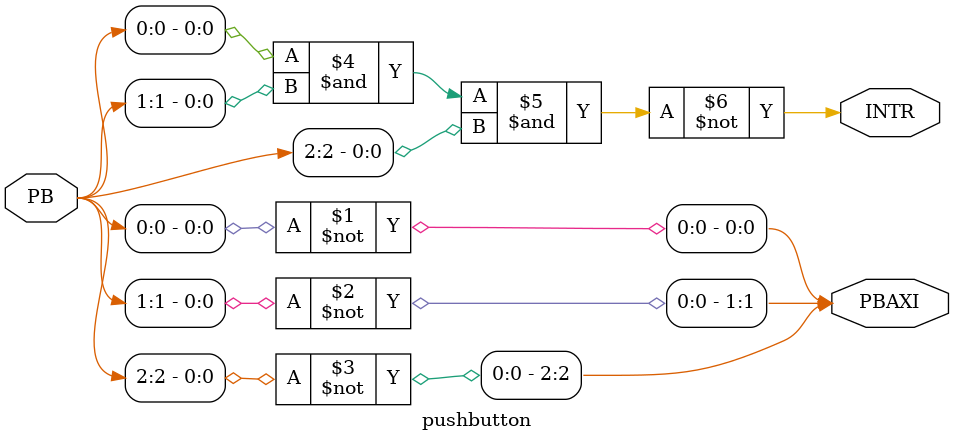
<source format=v>
module pushbutton(
input	wire 	[2:0]	PB,
output	wire	[2:0]	PBAXI,
output	wire	INTR
);

assign PBAXI[0] = ~PB[0];
assign PBAXI[1] = ~PB[1];
assign PBAXI[2] = ~PB[2];
assign INTR = ~(PB[0] & PB[1] & PB[2]);

endmodule


		


	

		
	  
</source>
